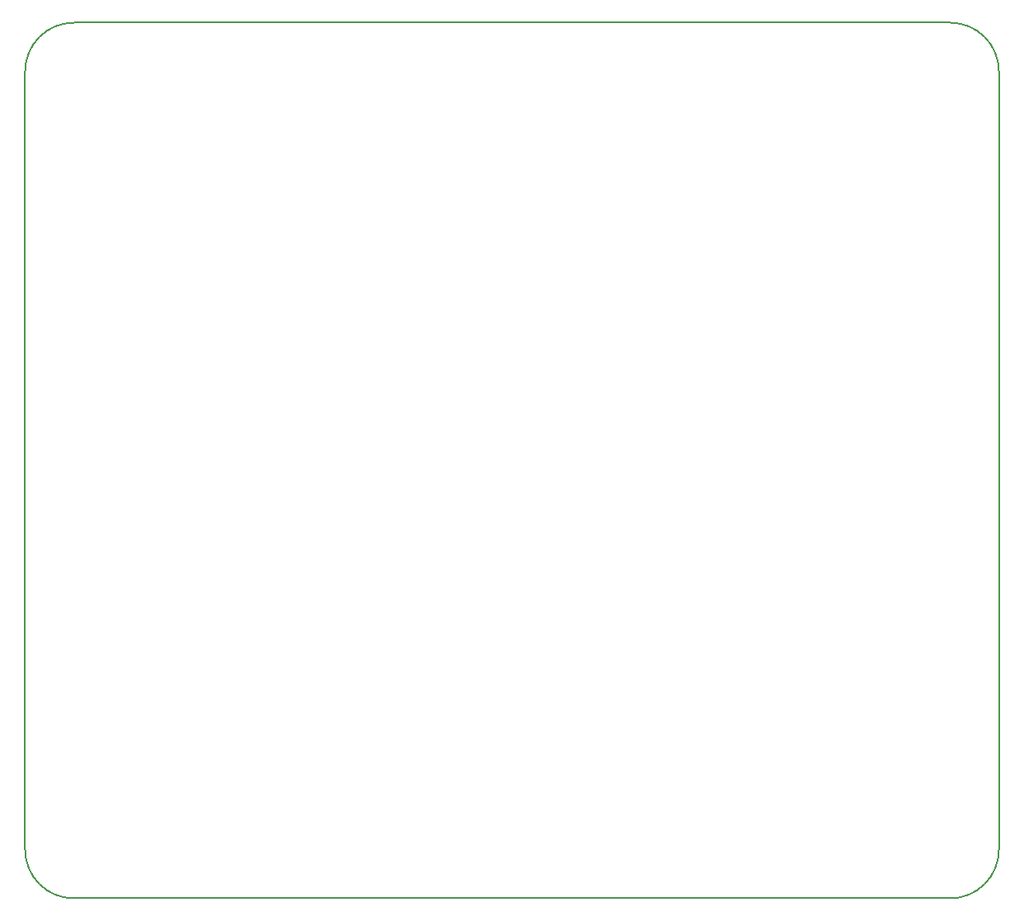
<source format=gbr>
G04 #@! TF.GenerationSoftware,KiCad,Pcbnew,(5.1.9)-1*
G04 #@! TF.CreationDate,2021-02-07T10:59:57-06:00*
G04 #@! TF.ProjectId,4x4_CNC_encoder_bottom,3478345f-434e-4435-9f65-6e636f646572,rev?*
G04 #@! TF.SameCoordinates,Original*
G04 #@! TF.FileFunction,Profile,NP*
%FSLAX46Y46*%
G04 Gerber Fmt 4.6, Leading zero omitted, Abs format (unit mm)*
G04 Created by KiCad (PCBNEW (5.1.9)-1) date 2021-02-07 10:59:57*
%MOMM*%
%LPD*%
G01*
G04 APERTURE LIST*
G04 #@! TA.AperFunction,Profile*
%ADD10C,0.150000*%
G04 #@! TD*
G04 APERTURE END LIST*
D10*
X150000000Y-145000000D02*
G75*
G02*
X145000000Y-150000000I-5000000J0D01*
G01*
X50000000Y-65000000D02*
G75*
G02*
X55000000Y-60000000I5000000J0D01*
G01*
X145000000Y-60000000D02*
G75*
G02*
X150000000Y-65000000I0J-5000000D01*
G01*
X55000000Y-150000000D02*
G75*
G02*
X50000000Y-145000000I0J5000000D01*
G01*
X55000000Y-60000000D02*
X145000000Y-60000000D01*
X150000000Y-145000000D02*
X150000000Y-65000000D01*
X55000000Y-150000000D02*
X145000000Y-150000000D01*
X50000000Y-65000000D02*
X50000000Y-145000000D01*
M02*

</source>
